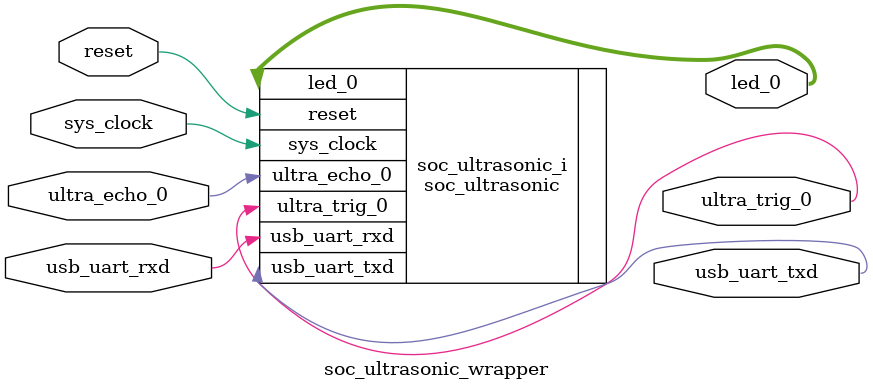
<source format=v>
`timescale 1 ps / 1 ps

module soc_ultrasonic_wrapper
   (led_0,
    reset,
    sys_clock,
    ultra_echo_0,
    ultra_trig_0,
    usb_uart_rxd,
    usb_uart_txd);
  output [15:0]led_0;
  input reset;
  input sys_clock;
  input ultra_echo_0;
  output ultra_trig_0;
  input usb_uart_rxd;
  output usb_uart_txd;

  wire [15:0]led_0;
  wire reset;
  wire sys_clock;
  wire ultra_echo_0;
  wire ultra_trig_0;
  wire usb_uart_rxd;
  wire usb_uart_txd;

  soc_ultrasonic soc_ultrasonic_i
       (.led_0(led_0),
        .reset(reset),
        .sys_clock(sys_clock),
        .ultra_echo_0(ultra_echo_0),
        .ultra_trig_0(ultra_trig_0),
        .usb_uart_rxd(usb_uart_rxd),
        .usb_uart_txd(usb_uart_txd));
endmodule

</source>
